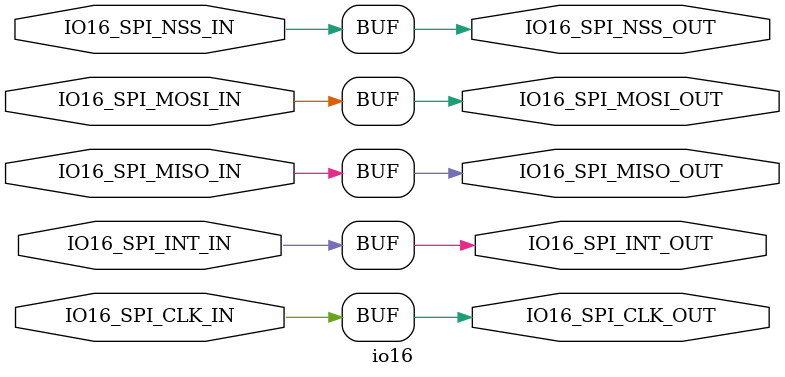
<source format=v>
module io16(
	IO16_SPI_CLK_IN,
	IO16_SPI_CLK_OUT,
	IO16_SPI_MOSI_IN,
	IO16_SPI_MOSI_OUT,
	IO16_SPI_MISO_IN,
	IO16_SPI_MISO_OUT,
	IO16_SPI_NSS_IN,
	IO16_SPI_NSS_OUT,
	IO16_SPI_INT_IN,
	IO16_SPI_INT_OUT
);

input IO16_SPI_CLK_IN; 
output IO16_SPI_CLK_OUT; 
input IO16_SPI_MOSI_IN; 
output IO16_SPI_MOSI_OUT; 
input IO16_SPI_MISO_IN; 
output IO16_SPI_MISO_OUT; 
input IO16_SPI_NSS_IN; 
output IO16_SPI_NSS_OUT; 
input IO16_SPI_INT_IN; 
output IO16_SPI_INT_OUT; 



assign IO16_SPI_CLK_OUT = IO16_SPI_CLK_IN;
assign IO16_SPI_MOSI_OUT = IO16_SPI_MOSI_IN;
assign IO16_SPI_MISO_OUT = IO16_SPI_MISO_IN;
assign IO16_SPI_NSS_OUT = IO16_SPI_NSS_IN;
assign IO16_SPI_INT_OUT = IO16_SPI_INT_IN;


endmodule

</source>
